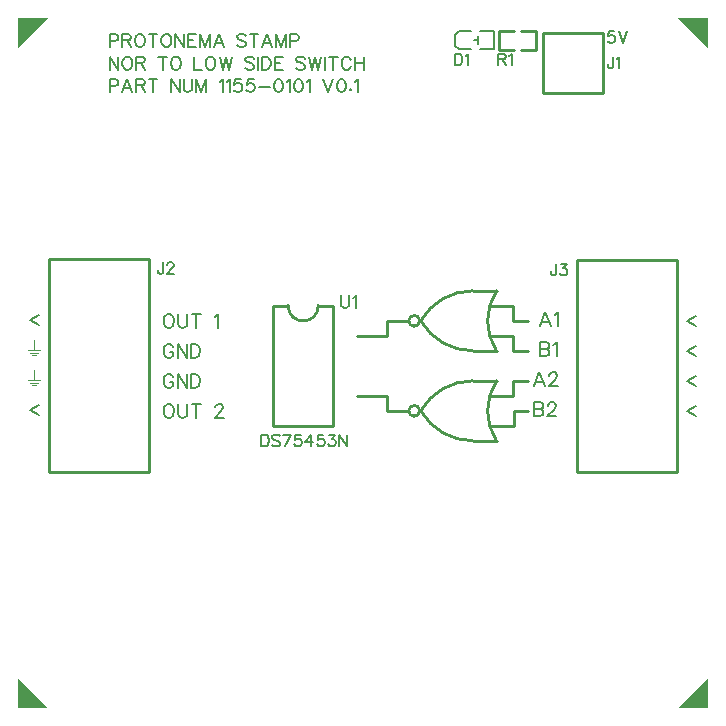
<source format=gto>
G04 Layer: TopSilkscreenLayer*
G04 EasyEDA v6.5.34, 2023-08-21 18:11:39*
G04 7b247d529b5f40d99c6f45047b1d8e8f,5a6b42c53f6a479593ecc07194224c93,10*
G04 Gerber Generator version 0.2*
G04 Scale: 100 percent, Rotated: No, Reflected: No *
G04 Dimensions in millimeters *
G04 leading zeros omitted , absolute positions ,4 integer and 5 decimal *
%FSLAX45Y45*%
%MOMM*%

%ADD10C,0.1524*%
%ADD11C,0.1520*%
%ADD12C,0.2540*%
%ADD13C,0.1500*%

%LPD*%
G36*
X131775Y2861716D02*
G01*
X131775Y2774594D01*
X79197Y2774594D01*
X79197Y2766466D01*
X192989Y2766466D01*
X192989Y2774594D01*
X140411Y2774594D01*
X140411Y2861716D01*
G37*
G36*
X98755Y2753004D02*
G01*
X98755Y2744876D01*
X173431Y2744876D01*
X173431Y2753004D01*
G37*
G36*
X116535Y2731160D02*
G01*
X116535Y2723540D01*
X155651Y2723540D01*
X155651Y2731160D01*
G37*
G36*
X131775Y3115716D02*
G01*
X131775Y3028594D01*
X79197Y3028594D01*
X79197Y3020466D01*
X192989Y3020466D01*
X192989Y3028594D01*
X140411Y3028594D01*
X140411Y3115716D01*
G37*
G36*
X98755Y3007004D02*
G01*
X98755Y2998876D01*
X173431Y2998876D01*
X173431Y3007004D01*
G37*
G36*
X116535Y2985160D02*
G01*
X116535Y2977540D01*
X155651Y2977540D01*
X155651Y2985160D01*
G37*
D10*
X774700Y5703315D02*
G01*
X774700Y5594350D01*
X774700Y5703315D02*
G01*
X821436Y5703315D01*
X836929Y5698236D01*
X842263Y5692902D01*
X847344Y5682487D01*
X847344Y5666994D01*
X842263Y5656579D01*
X836929Y5651500D01*
X821436Y5646165D01*
X774700Y5646165D01*
X881634Y5703315D02*
G01*
X881634Y5594350D01*
X881634Y5703315D02*
G01*
X928370Y5703315D01*
X944118Y5698236D01*
X949197Y5692902D01*
X954531Y5682487D01*
X954531Y5672073D01*
X949197Y5661660D01*
X944118Y5656579D01*
X928370Y5651500D01*
X881634Y5651500D01*
X918210Y5651500D02*
G01*
X954531Y5594350D01*
X1019810Y5703315D02*
G01*
X1009650Y5698236D01*
X999236Y5687821D01*
X993902Y5677407D01*
X988821Y5661660D01*
X988821Y5635752D01*
X993902Y5620257D01*
X999236Y5609844D01*
X1009650Y5599429D01*
X1019810Y5594350D01*
X1040637Y5594350D01*
X1051052Y5599429D01*
X1061465Y5609844D01*
X1066800Y5620257D01*
X1071879Y5635752D01*
X1071879Y5661660D01*
X1066800Y5677407D01*
X1061465Y5687821D01*
X1051052Y5698236D01*
X1040637Y5703315D01*
X1019810Y5703315D01*
X1142492Y5703315D02*
G01*
X1142492Y5594350D01*
X1106170Y5703315D02*
G01*
X1178813Y5703315D01*
X1244345Y5703315D02*
G01*
X1233931Y5698236D01*
X1223518Y5687821D01*
X1218437Y5677407D01*
X1213104Y5661660D01*
X1213104Y5635752D01*
X1218437Y5620257D01*
X1223518Y5609844D01*
X1233931Y5599429D01*
X1244345Y5594350D01*
X1265173Y5594350D01*
X1275587Y5599429D01*
X1286002Y5609844D01*
X1291081Y5620257D01*
X1296415Y5635752D01*
X1296415Y5661660D01*
X1291081Y5677407D01*
X1286002Y5687821D01*
X1275587Y5698236D01*
X1265173Y5703315D01*
X1244345Y5703315D01*
X1330705Y5703315D02*
G01*
X1330705Y5594350D01*
X1330705Y5703315D02*
G01*
X1403350Y5594350D01*
X1403350Y5703315D02*
G01*
X1403350Y5594350D01*
X1437639Y5703315D02*
G01*
X1437639Y5594350D01*
X1437639Y5703315D02*
G01*
X1505204Y5703315D01*
X1437639Y5651500D02*
G01*
X1479295Y5651500D01*
X1437639Y5594350D02*
G01*
X1505204Y5594350D01*
X1539494Y5703315D02*
G01*
X1539494Y5594350D01*
X1539494Y5703315D02*
G01*
X1581150Y5594350D01*
X1622552Y5703315D02*
G01*
X1581150Y5594350D01*
X1622552Y5703315D02*
G01*
X1622552Y5594350D01*
X1698497Y5703315D02*
G01*
X1656842Y5594350D01*
X1698497Y5703315D02*
G01*
X1739900Y5594350D01*
X1672589Y5630671D02*
G01*
X1724405Y5630671D01*
X1927097Y5687821D02*
G01*
X1916684Y5698236D01*
X1901189Y5703315D01*
X1880362Y5703315D01*
X1864613Y5698236D01*
X1854200Y5687821D01*
X1854200Y5677407D01*
X1859534Y5666994D01*
X1864613Y5661660D01*
X1875028Y5656579D01*
X1906270Y5646165D01*
X1916684Y5641086D01*
X1921763Y5635752D01*
X1927097Y5625337D01*
X1927097Y5609844D01*
X1916684Y5599429D01*
X1901189Y5594350D01*
X1880362Y5594350D01*
X1864613Y5599429D01*
X1854200Y5609844D01*
X1997709Y5703315D02*
G01*
X1997709Y5594350D01*
X1961388Y5703315D02*
G01*
X2034031Y5703315D01*
X2109977Y5703315D02*
G01*
X2068322Y5594350D01*
X2109977Y5703315D02*
G01*
X2151379Y5594350D01*
X2084070Y5630671D02*
G01*
X2135886Y5630671D01*
X2185670Y5703315D02*
G01*
X2185670Y5594350D01*
X2185670Y5703315D02*
G01*
X2227325Y5594350D01*
X2268981Y5703315D02*
G01*
X2227325Y5594350D01*
X2268981Y5703315D02*
G01*
X2268981Y5594350D01*
X2303272Y5703315D02*
G01*
X2303272Y5594350D01*
X2303272Y5703315D02*
G01*
X2350008Y5703315D01*
X2365502Y5698236D01*
X2370836Y5692902D01*
X2375915Y5682487D01*
X2375915Y5666994D01*
X2370836Y5656579D01*
X2365502Y5651500D01*
X2350008Y5646165D01*
X2303272Y5646165D01*
X774700Y5512815D02*
G01*
X774700Y5403850D01*
X774700Y5512815D02*
G01*
X847344Y5403850D01*
X847344Y5512815D02*
G01*
X847344Y5403850D01*
X912876Y5512815D02*
G01*
X902462Y5507736D01*
X892047Y5497321D01*
X886968Y5486907D01*
X881634Y5471160D01*
X881634Y5445252D01*
X886968Y5429757D01*
X892047Y5419344D01*
X902462Y5408929D01*
X912876Y5403850D01*
X933704Y5403850D01*
X944118Y5408929D01*
X954531Y5419344D01*
X959612Y5429757D01*
X964945Y5445252D01*
X964945Y5471160D01*
X959612Y5486907D01*
X954531Y5497321D01*
X944118Y5507736D01*
X933704Y5512815D01*
X912876Y5512815D01*
X999236Y5512815D02*
G01*
X999236Y5403850D01*
X999236Y5512815D02*
G01*
X1045971Y5512815D01*
X1061465Y5507736D01*
X1066800Y5502402D01*
X1071879Y5491987D01*
X1071879Y5481573D01*
X1066800Y5471160D01*
X1061465Y5466079D01*
X1045971Y5461000D01*
X999236Y5461000D01*
X1035557Y5461000D02*
G01*
X1071879Y5403850D01*
X1222502Y5512815D02*
G01*
X1222502Y5403850D01*
X1186179Y5512815D02*
G01*
X1258823Y5512815D01*
X1324355Y5512815D02*
G01*
X1313942Y5507736D01*
X1303528Y5497321D01*
X1298447Y5486907D01*
X1293113Y5471160D01*
X1293113Y5445252D01*
X1298447Y5429757D01*
X1303528Y5419344D01*
X1313942Y5408929D01*
X1324355Y5403850D01*
X1345184Y5403850D01*
X1355597Y5408929D01*
X1366012Y5419344D01*
X1371092Y5429757D01*
X1376426Y5445252D01*
X1376426Y5471160D01*
X1371092Y5486907D01*
X1366012Y5497321D01*
X1355597Y5507736D01*
X1345184Y5512815D01*
X1324355Y5512815D01*
X1490726Y5512815D02*
G01*
X1490726Y5403850D01*
X1490726Y5403850D02*
G01*
X1552955Y5403850D01*
X1618487Y5512815D02*
G01*
X1608073Y5507736D01*
X1597660Y5497321D01*
X1592579Y5486907D01*
X1587245Y5471160D01*
X1587245Y5445252D01*
X1592579Y5429757D01*
X1597660Y5419344D01*
X1608073Y5408929D01*
X1618487Y5403850D01*
X1639315Y5403850D01*
X1649729Y5408929D01*
X1659889Y5419344D01*
X1665223Y5429757D01*
X1670304Y5445252D01*
X1670304Y5471160D01*
X1665223Y5486907D01*
X1659889Y5497321D01*
X1649729Y5507736D01*
X1639315Y5512815D01*
X1618487Y5512815D01*
X1704594Y5512815D02*
G01*
X1730755Y5403850D01*
X1756663Y5512815D02*
G01*
X1730755Y5403850D01*
X1756663Y5512815D02*
G01*
X1782571Y5403850D01*
X1808479Y5512815D02*
G01*
X1782571Y5403850D01*
X1995677Y5497321D02*
G01*
X1985263Y5507736D01*
X1969770Y5512815D01*
X1948941Y5512815D01*
X1933193Y5507736D01*
X1922779Y5497321D01*
X1922779Y5486907D01*
X1928113Y5476494D01*
X1933193Y5471160D01*
X1943608Y5466079D01*
X1974850Y5455665D01*
X1985263Y5450586D01*
X1990343Y5445252D01*
X1995677Y5434837D01*
X1995677Y5419344D01*
X1985263Y5408929D01*
X1969770Y5403850D01*
X1948941Y5403850D01*
X1933193Y5408929D01*
X1922779Y5419344D01*
X2029968Y5512815D02*
G01*
X2029968Y5403850D01*
X2064258Y5512815D02*
G01*
X2064258Y5403850D01*
X2064258Y5512815D02*
G01*
X2100579Y5512815D01*
X2116074Y5507736D01*
X2126488Y5497321D01*
X2131822Y5486907D01*
X2136902Y5471160D01*
X2136902Y5445252D01*
X2131822Y5429757D01*
X2126488Y5419344D01*
X2116074Y5408929D01*
X2100579Y5403850D01*
X2064258Y5403850D01*
X2171191Y5512815D02*
G01*
X2171191Y5403850D01*
X2171191Y5512815D02*
G01*
X2238756Y5512815D01*
X2171191Y5461000D02*
G01*
X2212847Y5461000D01*
X2171191Y5403850D02*
G01*
X2238756Y5403850D01*
X2425700Y5497321D02*
G01*
X2415540Y5507736D01*
X2399791Y5512815D01*
X2378963Y5512815D01*
X2363470Y5507736D01*
X2353056Y5497321D01*
X2353056Y5486907D01*
X2358390Y5476494D01*
X2363470Y5471160D01*
X2373884Y5466079D01*
X2405125Y5455665D01*
X2415540Y5450586D01*
X2420620Y5445252D01*
X2425700Y5434837D01*
X2425700Y5419344D01*
X2415540Y5408929D01*
X2399791Y5403850D01*
X2378963Y5403850D01*
X2363470Y5408929D01*
X2353056Y5419344D01*
X2459990Y5512815D02*
G01*
X2486152Y5403850D01*
X2512059Y5512815D02*
G01*
X2486152Y5403850D01*
X2512059Y5512815D02*
G01*
X2537968Y5403850D01*
X2564129Y5512815D02*
G01*
X2537968Y5403850D01*
X2598420Y5512815D02*
G01*
X2598420Y5403850D01*
X2669031Y5512815D02*
G01*
X2669031Y5403850D01*
X2632709Y5512815D02*
G01*
X2705354Y5512815D01*
X2817622Y5486907D02*
G01*
X2812288Y5497321D01*
X2801874Y5507736D01*
X2791459Y5512815D01*
X2770886Y5512815D01*
X2760472Y5507736D01*
X2750058Y5497321D01*
X2744724Y5486907D01*
X2739643Y5471160D01*
X2739643Y5445252D01*
X2744724Y5429757D01*
X2750058Y5419344D01*
X2760472Y5408929D01*
X2770886Y5403850D01*
X2791459Y5403850D01*
X2801874Y5408929D01*
X2812288Y5419344D01*
X2817622Y5429757D01*
X2851911Y5512815D02*
G01*
X2851911Y5403850D01*
X2924556Y5512815D02*
G01*
X2924556Y5403850D01*
X2851911Y5461000D02*
G01*
X2924556Y5461000D01*
X774700Y5322315D02*
G01*
X774700Y5213350D01*
X774700Y5322315D02*
G01*
X821436Y5322315D01*
X836929Y5317236D01*
X842263Y5311902D01*
X847344Y5301487D01*
X847344Y5285994D01*
X842263Y5275579D01*
X836929Y5270500D01*
X821436Y5265165D01*
X774700Y5265165D01*
X923289Y5322315D02*
G01*
X881634Y5213350D01*
X923289Y5322315D02*
G01*
X964945Y5213350D01*
X897381Y5249671D02*
G01*
X949197Y5249671D01*
X999236Y5322315D02*
G01*
X999236Y5213350D01*
X999236Y5322315D02*
G01*
X1045971Y5322315D01*
X1061465Y5317236D01*
X1066800Y5311902D01*
X1071879Y5301487D01*
X1071879Y5291073D01*
X1066800Y5280660D01*
X1061465Y5275579D01*
X1045971Y5270500D01*
X999236Y5270500D01*
X1035557Y5270500D02*
G01*
X1071879Y5213350D01*
X1142492Y5322315D02*
G01*
X1142492Y5213350D01*
X1106170Y5322315D02*
G01*
X1178813Y5322315D01*
X1293113Y5322315D02*
G01*
X1293113Y5213350D01*
X1293113Y5322315D02*
G01*
X1366012Y5213350D01*
X1366012Y5322315D02*
G01*
X1366012Y5213350D01*
X1400302Y5322315D02*
G01*
X1400302Y5244337D01*
X1405381Y5228844D01*
X1415795Y5218429D01*
X1431289Y5213350D01*
X1441704Y5213350D01*
X1457452Y5218429D01*
X1467865Y5228844D01*
X1472945Y5244337D01*
X1472945Y5322315D01*
X1507236Y5322315D02*
G01*
X1507236Y5213350D01*
X1507236Y5322315D02*
G01*
X1548892Y5213350D01*
X1590294Y5322315D02*
G01*
X1548892Y5213350D01*
X1590294Y5322315D02*
G01*
X1590294Y5213350D01*
X1704594Y5301487D02*
G01*
X1715007Y5306821D01*
X1730755Y5322315D01*
X1730755Y5213350D01*
X1765045Y5301487D02*
G01*
X1775460Y5306821D01*
X1790954Y5322315D01*
X1790954Y5213350D01*
X1887473Y5322315D02*
G01*
X1835657Y5322315D01*
X1830323Y5275579D01*
X1835657Y5280660D01*
X1851152Y5285994D01*
X1866900Y5285994D01*
X1882394Y5280660D01*
X1892807Y5270500D01*
X1897887Y5254752D01*
X1897887Y5244337D01*
X1892807Y5228844D01*
X1882394Y5218429D01*
X1866900Y5213350D01*
X1851152Y5213350D01*
X1835657Y5218429D01*
X1830323Y5223510D01*
X1825244Y5233923D01*
X1994661Y5322315D02*
G01*
X1942591Y5322315D01*
X1937511Y5275579D01*
X1942591Y5280660D01*
X1958340Y5285994D01*
X1973834Y5285994D01*
X1989327Y5280660D01*
X1999741Y5270500D01*
X2005075Y5254752D01*
X2005075Y5244337D01*
X1999741Y5228844D01*
X1989327Y5218429D01*
X1973834Y5213350D01*
X1958340Y5213350D01*
X1942591Y5218429D01*
X1937511Y5223510D01*
X1932177Y5233923D01*
X2039365Y5260086D02*
G01*
X2132838Y5260086D01*
X2198370Y5322315D02*
G01*
X2182622Y5317236D01*
X2172208Y5301487D01*
X2167127Y5275579D01*
X2167127Y5260086D01*
X2172208Y5233923D01*
X2182622Y5218429D01*
X2198370Y5213350D01*
X2208529Y5213350D01*
X2224277Y5218429D01*
X2234691Y5233923D01*
X2239772Y5260086D01*
X2239772Y5275579D01*
X2234691Y5301487D01*
X2224277Y5317236D01*
X2208529Y5322315D01*
X2198370Y5322315D01*
X2274061Y5301487D02*
G01*
X2284475Y5306821D01*
X2299970Y5322315D01*
X2299970Y5213350D01*
X2365502Y5322315D02*
G01*
X2350008Y5317236D01*
X2339593Y5301487D01*
X2334259Y5275579D01*
X2334259Y5260086D01*
X2339593Y5233923D01*
X2350008Y5218429D01*
X2365502Y5213350D01*
X2375915Y5213350D01*
X2391409Y5218429D01*
X2401824Y5233923D01*
X2407158Y5260086D01*
X2407158Y5275579D01*
X2401824Y5301487D01*
X2391409Y5317236D01*
X2375915Y5322315D01*
X2365502Y5322315D01*
X2441447Y5301487D02*
G01*
X2451861Y5306821D01*
X2467356Y5322315D01*
X2467356Y5213350D01*
X2581656Y5322315D02*
G01*
X2623311Y5213350D01*
X2664713Y5322315D02*
G01*
X2623311Y5213350D01*
X2730245Y5322315D02*
G01*
X2714752Y5317236D01*
X2704338Y5301487D01*
X2699004Y5275579D01*
X2699004Y5260086D01*
X2704338Y5233923D01*
X2714752Y5218429D01*
X2730245Y5213350D01*
X2740659Y5213350D01*
X2756154Y5218429D01*
X2766568Y5233923D01*
X2771902Y5260086D01*
X2771902Y5275579D01*
X2766568Y5301487D01*
X2756154Y5317236D01*
X2740659Y5322315D01*
X2730245Y5322315D01*
X2811272Y5239257D02*
G01*
X2806191Y5233923D01*
X2811272Y5228844D01*
X2816606Y5233923D01*
X2811272Y5239257D01*
X2850895Y5301487D02*
G01*
X2861309Y5306821D01*
X2876804Y5322315D01*
X2876804Y5213350D01*
D11*
X2057407Y2310640D02*
G01*
X2057407Y2215136D01*
X2057407Y2310640D02*
G01*
X2089157Y2310640D01*
X2102873Y2306068D01*
X2112017Y2297178D01*
X2116589Y2288034D01*
X2120907Y2274318D01*
X2120907Y2251712D01*
X2116589Y2237996D01*
X2112017Y2228852D01*
X2102873Y2219708D01*
X2089157Y2215136D01*
X2057407Y2215136D01*
X2214633Y2297178D02*
G01*
X2205489Y2306068D01*
X2192027Y2310640D01*
X2173739Y2310640D01*
X2160023Y2306068D01*
X2151133Y2297178D01*
X2151133Y2288034D01*
X2155451Y2278890D01*
X2160023Y2274318D01*
X2169167Y2269746D01*
X2196599Y2260602D01*
X2205489Y2256284D01*
X2210061Y2251712D01*
X2214633Y2242568D01*
X2214633Y2228852D01*
X2205489Y2219708D01*
X2192027Y2215136D01*
X2173739Y2215136D01*
X2160023Y2219708D01*
X2151133Y2228852D01*
X2308359Y2310640D02*
G01*
X2262893Y2215136D01*
X2244605Y2310640D02*
G01*
X2308359Y2310640D01*
X2392941Y2310640D02*
G01*
X2347475Y2310640D01*
X2342903Y2269746D01*
X2347475Y2274318D01*
X2360937Y2278890D01*
X2374653Y2278890D01*
X2388369Y2274318D01*
X2397513Y2265174D01*
X2401831Y2251712D01*
X2401831Y2242568D01*
X2397513Y2228852D01*
X2388369Y2219708D01*
X2374653Y2215136D01*
X2360937Y2215136D01*
X2347475Y2219708D01*
X2342903Y2224280D01*
X2338331Y2233424D01*
X2477269Y2310640D02*
G01*
X2432057Y2247140D01*
X2500129Y2247140D01*
X2477269Y2310640D02*
G01*
X2477269Y2215136D01*
X2584711Y2310640D02*
G01*
X2539245Y2310640D01*
X2534673Y2269746D01*
X2539245Y2274318D01*
X2552961Y2278890D01*
X2566423Y2278890D01*
X2580139Y2274318D01*
X2589283Y2265174D01*
X2593855Y2251712D01*
X2593855Y2242568D01*
X2589283Y2228852D01*
X2580139Y2219708D01*
X2566423Y2215136D01*
X2552961Y2215136D01*
X2539245Y2219708D01*
X2534673Y2224280D01*
X2530101Y2233424D01*
X2632971Y2310640D02*
G01*
X2682755Y2310640D01*
X2655577Y2274318D01*
X2669293Y2274318D01*
X2678183Y2269746D01*
X2682755Y2265174D01*
X2687327Y2251712D01*
X2687327Y2242568D01*
X2682755Y2228852D01*
X2673865Y2219708D01*
X2660149Y2215136D01*
X2646433Y2215136D01*
X2632971Y2219708D01*
X2628399Y2224280D01*
X2623827Y2233424D01*
X2717299Y2310640D02*
G01*
X2717299Y2215136D01*
X2717299Y2310640D02*
G01*
X2781053Y2215136D01*
X2781053Y2310640D02*
G01*
X2781053Y2215136D01*
D10*
X5036565Y5511037D02*
G01*
X5036565Y5438394D01*
X5031993Y5424678D01*
X5027422Y5420105D01*
X5018277Y5415534D01*
X5009388Y5415534D01*
X5000243Y5420105D01*
X4995672Y5424678D01*
X4991100Y5438394D01*
X4991100Y5447537D01*
X5066538Y5493004D02*
G01*
X5075681Y5497576D01*
X5089397Y5511037D01*
X5089397Y5415534D01*
X5045709Y5726937D02*
G01*
X5000243Y5726937D01*
X4995672Y5686044D01*
X5000243Y5690615D01*
X5013706Y5695187D01*
X5027422Y5695187D01*
X5041138Y5690615D01*
X5050281Y5681471D01*
X5054854Y5668010D01*
X5054854Y5658865D01*
X5050281Y5645150D01*
X5041138Y5636005D01*
X5027422Y5631434D01*
X5013706Y5631434D01*
X5000243Y5636005D01*
X4995672Y5640578D01*
X4991100Y5649721D01*
X5084825Y5726937D02*
G01*
X5121147Y5631434D01*
X5157470Y5726937D02*
G01*
X5121147Y5631434D01*
X1264665Y2572257D02*
G01*
X1253744Y2566670D01*
X1242821Y2555747D01*
X1237234Y2544826D01*
X1231900Y2528570D01*
X1231900Y2501392D01*
X1237234Y2484881D01*
X1242821Y2473960D01*
X1253744Y2463037D01*
X1264665Y2457704D01*
X1286510Y2457704D01*
X1297431Y2463037D01*
X1308354Y2473960D01*
X1313687Y2484881D01*
X1319276Y2501392D01*
X1319276Y2528570D01*
X1313687Y2544826D01*
X1308354Y2555747D01*
X1297431Y2566670D01*
X1286510Y2572257D01*
X1264665Y2572257D01*
X1355089Y2572257D02*
G01*
X1355089Y2490470D01*
X1360678Y2473960D01*
X1371600Y2463037D01*
X1387855Y2457704D01*
X1398778Y2457704D01*
X1415287Y2463037D01*
X1425955Y2473960D01*
X1431544Y2490470D01*
X1431544Y2572257D01*
X1505712Y2572257D02*
G01*
X1505712Y2457704D01*
X1467612Y2572257D02*
G01*
X1543812Y2572257D01*
X1669287Y2544826D02*
G01*
X1669287Y2550413D01*
X1674876Y2561336D01*
X1680210Y2566670D01*
X1691131Y2572257D01*
X1712976Y2572257D01*
X1723897Y2566670D01*
X1729231Y2561336D01*
X1734820Y2550413D01*
X1734820Y2539492D01*
X1729231Y2528570D01*
X1718563Y2512313D01*
X1663954Y2457704D01*
X1740154Y2457704D01*
X1313687Y2798826D02*
G01*
X1308354Y2809747D01*
X1297431Y2820670D01*
X1286510Y2826257D01*
X1264665Y2826257D01*
X1253744Y2820670D01*
X1242821Y2809747D01*
X1237234Y2798826D01*
X1231900Y2782570D01*
X1231900Y2755392D01*
X1237234Y2738881D01*
X1242821Y2727960D01*
X1253744Y2717037D01*
X1264665Y2711704D01*
X1286510Y2711704D01*
X1297431Y2717037D01*
X1308354Y2727960D01*
X1313687Y2738881D01*
X1313687Y2755392D01*
X1286510Y2755392D02*
G01*
X1313687Y2755392D01*
X1349755Y2826257D02*
G01*
X1349755Y2711704D01*
X1349755Y2826257D02*
G01*
X1425955Y2711704D01*
X1425955Y2826257D02*
G01*
X1425955Y2711704D01*
X1462023Y2826257D02*
G01*
X1462023Y2711704D01*
X1462023Y2826257D02*
G01*
X1500378Y2826257D01*
X1516634Y2820670D01*
X1527555Y2809747D01*
X1532889Y2798826D01*
X1538478Y2782570D01*
X1538478Y2755392D01*
X1532889Y2738881D01*
X1527555Y2727960D01*
X1516634Y2717037D01*
X1500378Y2711704D01*
X1462023Y2711704D01*
X1313687Y3052826D02*
G01*
X1308354Y3063747D01*
X1297431Y3074670D01*
X1286510Y3080257D01*
X1264665Y3080257D01*
X1253744Y3074670D01*
X1242821Y3063747D01*
X1237234Y3052826D01*
X1231900Y3036570D01*
X1231900Y3009392D01*
X1237234Y2992881D01*
X1242821Y2981960D01*
X1253744Y2971037D01*
X1264665Y2965704D01*
X1286510Y2965704D01*
X1297431Y2971037D01*
X1308354Y2981960D01*
X1313687Y2992881D01*
X1313687Y3009392D01*
X1286510Y3009392D02*
G01*
X1313687Y3009392D01*
X1349755Y3080257D02*
G01*
X1349755Y2965704D01*
X1349755Y3080257D02*
G01*
X1425955Y2965704D01*
X1425955Y3080257D02*
G01*
X1425955Y2965704D01*
X1462023Y3080257D02*
G01*
X1462023Y2965704D01*
X1462023Y3080257D02*
G01*
X1500378Y3080257D01*
X1516634Y3074670D01*
X1527555Y3063747D01*
X1532889Y3052826D01*
X1538478Y3036570D01*
X1538478Y3009392D01*
X1532889Y2992881D01*
X1527555Y2981960D01*
X1516634Y2971037D01*
X1500378Y2965704D01*
X1462023Y2965704D01*
X174244Y3325368D02*
G01*
X101600Y3284473D01*
X174244Y3243326D01*
X174244Y2563368D02*
G01*
X101600Y2522473D01*
X174244Y2481326D01*
X1226555Y3771155D02*
G01*
X1226555Y3698511D01*
X1221983Y3684795D01*
X1217411Y3680223D01*
X1208267Y3675651D01*
X1199377Y3675651D01*
X1190233Y3680223D01*
X1185661Y3684795D01*
X1181089Y3698511D01*
X1181089Y3707655D01*
X1261099Y3748549D02*
G01*
X1261099Y3753121D01*
X1265671Y3762011D01*
X1270243Y3766583D01*
X1279387Y3771155D01*
X1297421Y3771155D01*
X1306565Y3766583D01*
X1311137Y3762011D01*
X1315709Y3753121D01*
X1315709Y3743977D01*
X1311137Y3734833D01*
X1301993Y3721117D01*
X1256527Y3675651D01*
X1320281Y3675651D01*
X1264665Y3334257D02*
G01*
X1253744Y3328670D01*
X1242821Y3317747D01*
X1237234Y3306826D01*
X1231900Y3290570D01*
X1231900Y3263392D01*
X1237234Y3246881D01*
X1242821Y3235960D01*
X1253744Y3225037D01*
X1264665Y3219704D01*
X1286510Y3219704D01*
X1297431Y3225037D01*
X1308354Y3235960D01*
X1313687Y3246881D01*
X1319276Y3263392D01*
X1319276Y3290570D01*
X1313687Y3306826D01*
X1308354Y3317747D01*
X1297431Y3328670D01*
X1286510Y3334257D01*
X1264665Y3334257D01*
X1355089Y3334257D02*
G01*
X1355089Y3252470D01*
X1360678Y3235960D01*
X1371600Y3225037D01*
X1387855Y3219704D01*
X1398778Y3219704D01*
X1415287Y3225037D01*
X1425955Y3235960D01*
X1431544Y3252470D01*
X1431544Y3334257D01*
X1505712Y3334257D02*
G01*
X1505712Y3219704D01*
X1467612Y3334257D02*
G01*
X1543812Y3334257D01*
X1663954Y3312413D02*
G01*
X1674876Y3317747D01*
X1691131Y3334257D01*
X1691131Y3219704D01*
X4419600Y3092957D02*
G01*
X4419600Y2978404D01*
X4419600Y3092957D02*
G01*
X4468622Y3092957D01*
X4485131Y3087370D01*
X4490465Y3082036D01*
X4496054Y3071113D01*
X4496054Y3060192D01*
X4490465Y3049270D01*
X4485131Y3043681D01*
X4468622Y3038347D01*
X4419600Y3038347D02*
G01*
X4468622Y3038347D01*
X4485131Y3032760D01*
X4490465Y3027426D01*
X4496054Y3016504D01*
X4496054Y3000247D01*
X4490465Y2989326D01*
X4485131Y2983737D01*
X4468622Y2978404D01*
X4419600Y2978404D01*
X4531868Y3071113D02*
G01*
X4542790Y3076447D01*
X4559300Y3092957D01*
X4559300Y2978404D01*
X4412480Y2838952D02*
G01*
X4368792Y2724398D01*
X4412480Y2838952D02*
G01*
X4456168Y2724398D01*
X4385048Y2762498D02*
G01*
X4439658Y2762498D01*
X4497570Y2811520D02*
G01*
X4497570Y2817108D01*
X4502904Y2828030D01*
X4508492Y2833364D01*
X4519414Y2838952D01*
X4541258Y2838952D01*
X4552180Y2833364D01*
X4557514Y2828030D01*
X4562848Y2817108D01*
X4562848Y2806186D01*
X4557514Y2795264D01*
X4546592Y2779008D01*
X4491982Y2724398D01*
X4568436Y2724398D01*
X4368792Y2584952D02*
G01*
X4368792Y2470398D01*
X4368792Y2584952D02*
G01*
X4417814Y2584952D01*
X4434324Y2579364D01*
X4439658Y2574030D01*
X4445246Y2563108D01*
X4445246Y2552186D01*
X4439658Y2541264D01*
X4434324Y2535676D01*
X4417814Y2530342D01*
X4368792Y2530342D02*
G01*
X4417814Y2530342D01*
X4434324Y2525008D01*
X4439658Y2519420D01*
X4445246Y2508498D01*
X4445246Y2492242D01*
X4439658Y2481320D01*
X4434324Y2475732D01*
X4417814Y2470398D01*
X4368792Y2470398D01*
X4486648Y2557520D02*
G01*
X4486648Y2563108D01*
X4491982Y2574030D01*
X4497570Y2579364D01*
X4508492Y2584952D01*
X4530336Y2584952D01*
X4541258Y2579364D01*
X4546592Y2574030D01*
X4552180Y2563108D01*
X4552180Y2552186D01*
X4546592Y2541264D01*
X4535670Y2525008D01*
X4481060Y2470398D01*
X4557514Y2470398D01*
X4463280Y3346950D02*
G01*
X4419592Y3232396D01*
X4463280Y3346950D02*
G01*
X4506968Y3232396D01*
X4435848Y3270496D02*
G01*
X4490458Y3270496D01*
X4542782Y3325106D02*
G01*
X4553704Y3330440D01*
X4570214Y3346950D01*
X4570214Y3232396D01*
X4553965Y3758437D02*
G01*
X4553965Y3685794D01*
X4549393Y3672078D01*
X4544822Y3667505D01*
X4535677Y3662934D01*
X4526788Y3662934D01*
X4517643Y3667505D01*
X4513072Y3672078D01*
X4508500Y3685794D01*
X4508500Y3694937D01*
X4593081Y3758437D02*
G01*
X4643120Y3758437D01*
X4615688Y3722115D01*
X4629404Y3722115D01*
X4638547Y3717544D01*
X4643120Y3712971D01*
X4647691Y3699510D01*
X4647691Y3690365D01*
X4643120Y3676650D01*
X4633975Y3667505D01*
X4620259Y3662934D01*
X4606797Y3662934D01*
X4593081Y3667505D01*
X4588509Y3672078D01*
X4583938Y3681221D01*
X5736843Y2551176D02*
G01*
X5664200Y2510281D01*
X5736843Y2469134D01*
X5736843Y3313176D02*
G01*
X5664200Y3272281D01*
X5736843Y3231134D01*
X5736843Y2805176D02*
G01*
X5664200Y2764281D01*
X5736843Y2723134D01*
X5736843Y3059176D02*
G01*
X5664200Y3018281D01*
X5736843Y2977134D01*
X4064005Y5536437D02*
G01*
X4064005Y5440934D01*
X4064005Y5536437D02*
G01*
X4104893Y5536437D01*
X4118609Y5531865D01*
X4123181Y5527294D01*
X4127756Y5518404D01*
X4127756Y5509260D01*
X4123181Y5500115D01*
X4118609Y5495544D01*
X4104893Y5490971D01*
X4064005Y5490971D01*
X4095755Y5490971D02*
G01*
X4127756Y5440934D01*
X4157725Y5518404D02*
G01*
X4166615Y5522976D01*
X4180331Y5536437D01*
X4180331Y5440934D01*
X3695700Y5536437D02*
G01*
X3695700Y5440934D01*
X3695700Y5536437D02*
G01*
X3727450Y5536437D01*
X3741165Y5531865D01*
X3750309Y5522976D01*
X3754881Y5513831D01*
X3759454Y5500115D01*
X3759454Y5477510D01*
X3754881Y5463794D01*
X3750309Y5454650D01*
X3741165Y5445505D01*
X3727450Y5440934D01*
X3695700Y5440934D01*
X3789425Y5518404D02*
G01*
X3798315Y5522976D01*
X3812031Y5536437D01*
X3812031Y5440934D01*
X2730494Y3493510D02*
G01*
X2730494Y3415532D01*
X2735574Y3400038D01*
X2745988Y3389624D01*
X2761736Y3384544D01*
X2772150Y3384544D01*
X2787644Y3389624D01*
X2798058Y3400038D01*
X2803138Y3415532D01*
X2803138Y3493510D01*
X2837428Y3472682D02*
G01*
X2847842Y3478016D01*
X2863590Y3493510D01*
X2863590Y3384544D01*
G36*
X0Y5842000D02*
G01*
X0Y5588000D01*
X254000Y5842000D01*
G37*
G36*
X0Y254000D02*
G01*
X0Y0D01*
X254000Y0D01*
G37*
G36*
X5842000Y254000D02*
G01*
X5588000Y0D01*
X5842000Y0D01*
G37*
G36*
X5588000Y5842000D02*
G01*
X5842000Y5588000D01*
X5842000Y5842000D01*
G37*
D12*
X3302005Y2514597D02*
G01*
X3124194Y2514594D01*
X3124194Y2641594D01*
X2870194Y2641594D01*
X3302005Y3276597D02*
G01*
X3124194Y3276592D01*
X3124194Y3149594D01*
X2870194Y3149594D01*
X4317992Y3276592D02*
G01*
X4190984Y3276592D01*
X4190984Y3406023D01*
X3987784Y3406023D01*
X4317992Y3022594D02*
G01*
X4190984Y3022594D01*
X4190984Y3152025D01*
X3987784Y3152025D01*
X4315459Y2766164D02*
G01*
X4191000Y2766164D01*
X4190992Y2641594D01*
X4000497Y2641594D01*
X4317992Y2514594D02*
G01*
X4193532Y2514594D01*
X4193524Y2390025D01*
X4003029Y2390025D01*
X4051305Y2260602D02*
G01*
X3848105Y2260602D01*
X3848105Y2768602D02*
G01*
X4051305Y2768602D01*
X4051305Y3022602D02*
G01*
X3848105Y3022602D01*
X3848105Y3530602D02*
G01*
X4051305Y3530602D01*
X4074033Y5570987D02*
G01*
X4074033Y5730991D01*
X4384093Y5571497D02*
G01*
X4384093Y5731502D01*
X4199028Y5730991D02*
G01*
X4074033Y5730991D01*
X4199028Y5570987D02*
G01*
X4074033Y5570987D01*
X4259092Y5731502D02*
G01*
X4384093Y5731502D01*
X4259092Y5571497D02*
G01*
X4384093Y5571497D01*
D13*
X3890495Y5651723D02*
G01*
X3856494Y5651723D01*
X3698488Y5616496D02*
G01*
X3698488Y5606493D01*
X3728483Y5576491D01*
X3913489Y5726498D02*
G01*
X4028493Y5726498D01*
X3913489Y5576491D02*
G01*
X4028493Y5576491D01*
X3833492Y5726498D02*
G01*
X3728483Y5726498D01*
X3833492Y5576491D02*
G01*
X3728483Y5576491D01*
X4028493Y5726485D02*
G01*
X4028493Y5578495D01*
X3698488Y5686488D02*
G01*
X3698488Y5616496D01*
X3698488Y5686488D02*
G01*
X3698488Y5696503D01*
X3728483Y5726498D01*
X3890495Y5686496D02*
G01*
X3890495Y5618497D01*
D12*
X2158994Y2387594D02*
G01*
X2666994Y2387594D01*
X2158994Y3403594D02*
G01*
X2285994Y3403594D01*
X2158994Y2387594D02*
G01*
X2158994Y3403594D01*
X2666994Y2387594D02*
G01*
X2666994Y3403594D01*
X2539994Y3403594D02*
G01*
X2666994Y3403594D01*
G75*
G01*
X3407537Y3277690D02*
G03*
X3848103Y3022610I440562J252920D01*
G75*
G01*
X3848103Y3530605D02*
G03*
X3407034Y3274644I-2J-508000D01*
G75*
G01*
X4051300Y3530605D02*
G03*
X4048166Y3025031I382755J-255170D01*
G75*
G01*
X4051300Y2768605D02*
G03*
X4048166Y2263031I382755J-255170D01*
G75*
G01*
X3848103Y2768605D02*
G03*
X3407034Y2512644I-2J-508000D01*
G75*
G01*
X3407537Y2515690D02*
G03*
X3848103Y2260610I440562J252920D01*
G75*
G01*
X2539995Y3403595D02*
G02*
X2285995Y3403595I-127000J0D01*
G75*
G01
X3398596Y3276600D02*
G03X3398596Y3276600I-45796J0D01*
G75*
G01
X3398596Y2514600D02*
G03X3398596Y2514600I-45796J0D01*
X4445000Y5715000D02*
G01*
X4953000Y5715000D01*
X4953000Y5207000D01*
X4445000Y5207000D01*
X4445000Y5715000D01*
X260807Y3799611D02*
G01*
X1110818Y3799611D01*
X1110818Y1999614D01*
X260807Y1999614D01*
X260807Y3799611D01*
X4731207Y3794887D02*
G01*
X5581218Y3794887D01*
X5581218Y1994890D01*
X4731207Y1994890D01*
X4731207Y3794887D01*
M02*

</source>
